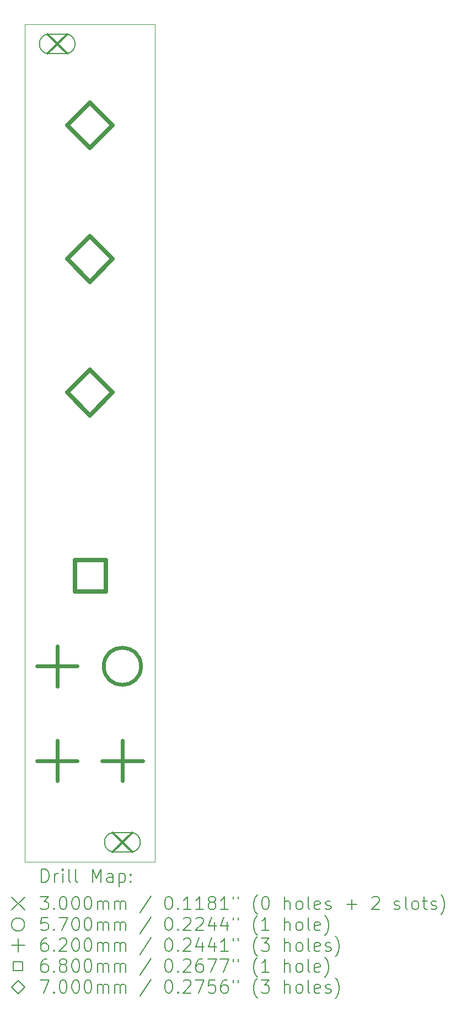
<source format=gbr>
%TF.GenerationSoftware,KiCad,Pcbnew,7.0.7-7.0.7~ubuntu22.04.1*%
%TF.CreationDate,2023-10-11T21:50:40+02:00*%
%TF.ProjectId,RP2040-VCO,52503230-3430-42d5-9643-4f2e6b696361,rev?*%
%TF.SameCoordinates,Original*%
%TF.FileFunction,Drillmap*%
%TF.FilePolarity,Positive*%
%FSLAX45Y45*%
G04 Gerber Fmt 4.5, Leading zero omitted, Abs format (unit mm)*
G04 Created by KiCad (PCBNEW 7.0.7-7.0.7~ubuntu22.04.1) date 2023-10-11 21:50:40*
%MOMM*%
%LPD*%
G01*
G04 APERTURE LIST*
%ADD10C,0.050000*%
%ADD11C,0.200000*%
%ADD12C,0.300000*%
%ADD13C,0.570000*%
%ADD14C,0.620000*%
%ADD15C,0.680000*%
%ADD16C,0.700000*%
G04 APERTURE END LIST*
D10*
X13150000Y-2700000D02*
X13150000Y-15550000D01*
X11150000Y-15550000D02*
X11150000Y-15100000D01*
X11150000Y-2700000D02*
X11150000Y-15100000D01*
X13150000Y-15550000D02*
X11150000Y-15550000D01*
X11150000Y-2700000D02*
X13150000Y-2700000D01*
D11*
D12*
X11500000Y-2850000D02*
X11800000Y-3150000D01*
X11800000Y-2850000D02*
X11500000Y-3150000D01*
D11*
X11525000Y-3150000D02*
X11775000Y-3150000D01*
X11775000Y-3150000D02*
G75*
G03*
X11775000Y-2850000I0J150000D01*
G01*
X11775000Y-2850000D02*
X11525000Y-2850000D01*
X11525000Y-2850000D02*
G75*
G03*
X11525000Y-3150000I0J-150000D01*
G01*
D12*
X12500000Y-15100000D02*
X12800000Y-15400000D01*
X12800000Y-15100000D02*
X12500000Y-15400000D01*
D11*
X12525000Y-15400000D02*
X12775000Y-15400000D01*
X12775000Y-15400000D02*
G75*
G03*
X12775000Y-15100000I0J150000D01*
G01*
X12775000Y-15100000D02*
X12525000Y-15100000D01*
X12525000Y-15100000D02*
G75*
G03*
X12525000Y-15400000I0J-150000D01*
G01*
D13*
X12935000Y-12550000D02*
G75*
G03*
X12935000Y-12550000I-285000J0D01*
G01*
D14*
X11650000Y-12240000D02*
X11650000Y-12860000D01*
X11340000Y-12550000D02*
X11960000Y-12550000D01*
X11650000Y-13690000D02*
X11650000Y-14310000D01*
X11340000Y-14000000D02*
X11960000Y-14000000D01*
X12650000Y-13690000D02*
X12650000Y-14310000D01*
X12340000Y-14000000D02*
X12960000Y-14000000D01*
D15*
X12400419Y-11400419D02*
X12400419Y-10919581D01*
X11919581Y-10919581D01*
X11919581Y-11400419D01*
X12400419Y-11400419D01*
D16*
X12150000Y-4600000D02*
X12500000Y-4250000D01*
X12150000Y-3900000D01*
X11800000Y-4250000D01*
X12150000Y-4600000D01*
X12150000Y-6650000D02*
X12500000Y-6300000D01*
X12150000Y-5950000D01*
X11800000Y-6300000D01*
X12150000Y-6650000D01*
X12150000Y-8700000D02*
X12500000Y-8350000D01*
X12150000Y-8000000D01*
X11800000Y-8350000D01*
X12150000Y-8700000D01*
D11*
X11408277Y-15863984D02*
X11408277Y-15663984D01*
X11408277Y-15663984D02*
X11455896Y-15663984D01*
X11455896Y-15663984D02*
X11484467Y-15673508D01*
X11484467Y-15673508D02*
X11503515Y-15692555D01*
X11503515Y-15692555D02*
X11513039Y-15711603D01*
X11513039Y-15711603D02*
X11522562Y-15749698D01*
X11522562Y-15749698D02*
X11522562Y-15778269D01*
X11522562Y-15778269D02*
X11513039Y-15816365D01*
X11513039Y-15816365D02*
X11503515Y-15835412D01*
X11503515Y-15835412D02*
X11484467Y-15854460D01*
X11484467Y-15854460D02*
X11455896Y-15863984D01*
X11455896Y-15863984D02*
X11408277Y-15863984D01*
X11608277Y-15863984D02*
X11608277Y-15730650D01*
X11608277Y-15768746D02*
X11617800Y-15749698D01*
X11617800Y-15749698D02*
X11627324Y-15740174D01*
X11627324Y-15740174D02*
X11646372Y-15730650D01*
X11646372Y-15730650D02*
X11665420Y-15730650D01*
X11732086Y-15863984D02*
X11732086Y-15730650D01*
X11732086Y-15663984D02*
X11722562Y-15673508D01*
X11722562Y-15673508D02*
X11732086Y-15683031D01*
X11732086Y-15683031D02*
X11741610Y-15673508D01*
X11741610Y-15673508D02*
X11732086Y-15663984D01*
X11732086Y-15663984D02*
X11732086Y-15683031D01*
X11855896Y-15863984D02*
X11836848Y-15854460D01*
X11836848Y-15854460D02*
X11827324Y-15835412D01*
X11827324Y-15835412D02*
X11827324Y-15663984D01*
X11960658Y-15863984D02*
X11941610Y-15854460D01*
X11941610Y-15854460D02*
X11932086Y-15835412D01*
X11932086Y-15835412D02*
X11932086Y-15663984D01*
X12189229Y-15863984D02*
X12189229Y-15663984D01*
X12189229Y-15663984D02*
X12255896Y-15806841D01*
X12255896Y-15806841D02*
X12322562Y-15663984D01*
X12322562Y-15663984D02*
X12322562Y-15863984D01*
X12503515Y-15863984D02*
X12503515Y-15759222D01*
X12503515Y-15759222D02*
X12493991Y-15740174D01*
X12493991Y-15740174D02*
X12474943Y-15730650D01*
X12474943Y-15730650D02*
X12436848Y-15730650D01*
X12436848Y-15730650D02*
X12417800Y-15740174D01*
X12503515Y-15854460D02*
X12484467Y-15863984D01*
X12484467Y-15863984D02*
X12436848Y-15863984D01*
X12436848Y-15863984D02*
X12417800Y-15854460D01*
X12417800Y-15854460D02*
X12408277Y-15835412D01*
X12408277Y-15835412D02*
X12408277Y-15816365D01*
X12408277Y-15816365D02*
X12417800Y-15797317D01*
X12417800Y-15797317D02*
X12436848Y-15787793D01*
X12436848Y-15787793D02*
X12484467Y-15787793D01*
X12484467Y-15787793D02*
X12503515Y-15778269D01*
X12598753Y-15730650D02*
X12598753Y-15930650D01*
X12598753Y-15740174D02*
X12617800Y-15730650D01*
X12617800Y-15730650D02*
X12655896Y-15730650D01*
X12655896Y-15730650D02*
X12674943Y-15740174D01*
X12674943Y-15740174D02*
X12684467Y-15749698D01*
X12684467Y-15749698D02*
X12693991Y-15768746D01*
X12693991Y-15768746D02*
X12693991Y-15825888D01*
X12693991Y-15825888D02*
X12684467Y-15844936D01*
X12684467Y-15844936D02*
X12674943Y-15854460D01*
X12674943Y-15854460D02*
X12655896Y-15863984D01*
X12655896Y-15863984D02*
X12617800Y-15863984D01*
X12617800Y-15863984D02*
X12598753Y-15854460D01*
X12779705Y-15844936D02*
X12789229Y-15854460D01*
X12789229Y-15854460D02*
X12779705Y-15863984D01*
X12779705Y-15863984D02*
X12770181Y-15854460D01*
X12770181Y-15854460D02*
X12779705Y-15844936D01*
X12779705Y-15844936D02*
X12779705Y-15863984D01*
X12779705Y-15740174D02*
X12789229Y-15749698D01*
X12789229Y-15749698D02*
X12779705Y-15759222D01*
X12779705Y-15759222D02*
X12770181Y-15749698D01*
X12770181Y-15749698D02*
X12779705Y-15740174D01*
X12779705Y-15740174D02*
X12779705Y-15759222D01*
X10947500Y-16092500D02*
X11147500Y-16292500D01*
X11147500Y-16092500D02*
X10947500Y-16292500D01*
X11389229Y-16083984D02*
X11513039Y-16083984D01*
X11513039Y-16083984D02*
X11446372Y-16160174D01*
X11446372Y-16160174D02*
X11474943Y-16160174D01*
X11474943Y-16160174D02*
X11493991Y-16169698D01*
X11493991Y-16169698D02*
X11503515Y-16179222D01*
X11503515Y-16179222D02*
X11513039Y-16198269D01*
X11513039Y-16198269D02*
X11513039Y-16245888D01*
X11513039Y-16245888D02*
X11503515Y-16264936D01*
X11503515Y-16264936D02*
X11493991Y-16274460D01*
X11493991Y-16274460D02*
X11474943Y-16283984D01*
X11474943Y-16283984D02*
X11417800Y-16283984D01*
X11417800Y-16283984D02*
X11398753Y-16274460D01*
X11398753Y-16274460D02*
X11389229Y-16264936D01*
X11598753Y-16264936D02*
X11608277Y-16274460D01*
X11608277Y-16274460D02*
X11598753Y-16283984D01*
X11598753Y-16283984D02*
X11589229Y-16274460D01*
X11589229Y-16274460D02*
X11598753Y-16264936D01*
X11598753Y-16264936D02*
X11598753Y-16283984D01*
X11732086Y-16083984D02*
X11751134Y-16083984D01*
X11751134Y-16083984D02*
X11770181Y-16093508D01*
X11770181Y-16093508D02*
X11779705Y-16103031D01*
X11779705Y-16103031D02*
X11789229Y-16122079D01*
X11789229Y-16122079D02*
X11798753Y-16160174D01*
X11798753Y-16160174D02*
X11798753Y-16207793D01*
X11798753Y-16207793D02*
X11789229Y-16245888D01*
X11789229Y-16245888D02*
X11779705Y-16264936D01*
X11779705Y-16264936D02*
X11770181Y-16274460D01*
X11770181Y-16274460D02*
X11751134Y-16283984D01*
X11751134Y-16283984D02*
X11732086Y-16283984D01*
X11732086Y-16283984D02*
X11713039Y-16274460D01*
X11713039Y-16274460D02*
X11703515Y-16264936D01*
X11703515Y-16264936D02*
X11693991Y-16245888D01*
X11693991Y-16245888D02*
X11684467Y-16207793D01*
X11684467Y-16207793D02*
X11684467Y-16160174D01*
X11684467Y-16160174D02*
X11693991Y-16122079D01*
X11693991Y-16122079D02*
X11703515Y-16103031D01*
X11703515Y-16103031D02*
X11713039Y-16093508D01*
X11713039Y-16093508D02*
X11732086Y-16083984D01*
X11922562Y-16083984D02*
X11941610Y-16083984D01*
X11941610Y-16083984D02*
X11960658Y-16093508D01*
X11960658Y-16093508D02*
X11970181Y-16103031D01*
X11970181Y-16103031D02*
X11979705Y-16122079D01*
X11979705Y-16122079D02*
X11989229Y-16160174D01*
X11989229Y-16160174D02*
X11989229Y-16207793D01*
X11989229Y-16207793D02*
X11979705Y-16245888D01*
X11979705Y-16245888D02*
X11970181Y-16264936D01*
X11970181Y-16264936D02*
X11960658Y-16274460D01*
X11960658Y-16274460D02*
X11941610Y-16283984D01*
X11941610Y-16283984D02*
X11922562Y-16283984D01*
X11922562Y-16283984D02*
X11903515Y-16274460D01*
X11903515Y-16274460D02*
X11893991Y-16264936D01*
X11893991Y-16264936D02*
X11884467Y-16245888D01*
X11884467Y-16245888D02*
X11874943Y-16207793D01*
X11874943Y-16207793D02*
X11874943Y-16160174D01*
X11874943Y-16160174D02*
X11884467Y-16122079D01*
X11884467Y-16122079D02*
X11893991Y-16103031D01*
X11893991Y-16103031D02*
X11903515Y-16093508D01*
X11903515Y-16093508D02*
X11922562Y-16083984D01*
X12113039Y-16083984D02*
X12132086Y-16083984D01*
X12132086Y-16083984D02*
X12151134Y-16093508D01*
X12151134Y-16093508D02*
X12160658Y-16103031D01*
X12160658Y-16103031D02*
X12170181Y-16122079D01*
X12170181Y-16122079D02*
X12179705Y-16160174D01*
X12179705Y-16160174D02*
X12179705Y-16207793D01*
X12179705Y-16207793D02*
X12170181Y-16245888D01*
X12170181Y-16245888D02*
X12160658Y-16264936D01*
X12160658Y-16264936D02*
X12151134Y-16274460D01*
X12151134Y-16274460D02*
X12132086Y-16283984D01*
X12132086Y-16283984D02*
X12113039Y-16283984D01*
X12113039Y-16283984D02*
X12093991Y-16274460D01*
X12093991Y-16274460D02*
X12084467Y-16264936D01*
X12084467Y-16264936D02*
X12074943Y-16245888D01*
X12074943Y-16245888D02*
X12065420Y-16207793D01*
X12065420Y-16207793D02*
X12065420Y-16160174D01*
X12065420Y-16160174D02*
X12074943Y-16122079D01*
X12074943Y-16122079D02*
X12084467Y-16103031D01*
X12084467Y-16103031D02*
X12093991Y-16093508D01*
X12093991Y-16093508D02*
X12113039Y-16083984D01*
X12265420Y-16283984D02*
X12265420Y-16150650D01*
X12265420Y-16169698D02*
X12274943Y-16160174D01*
X12274943Y-16160174D02*
X12293991Y-16150650D01*
X12293991Y-16150650D02*
X12322562Y-16150650D01*
X12322562Y-16150650D02*
X12341610Y-16160174D01*
X12341610Y-16160174D02*
X12351134Y-16179222D01*
X12351134Y-16179222D02*
X12351134Y-16283984D01*
X12351134Y-16179222D02*
X12360658Y-16160174D01*
X12360658Y-16160174D02*
X12379705Y-16150650D01*
X12379705Y-16150650D02*
X12408277Y-16150650D01*
X12408277Y-16150650D02*
X12427324Y-16160174D01*
X12427324Y-16160174D02*
X12436848Y-16179222D01*
X12436848Y-16179222D02*
X12436848Y-16283984D01*
X12532086Y-16283984D02*
X12532086Y-16150650D01*
X12532086Y-16169698D02*
X12541610Y-16160174D01*
X12541610Y-16160174D02*
X12560658Y-16150650D01*
X12560658Y-16150650D02*
X12589229Y-16150650D01*
X12589229Y-16150650D02*
X12608277Y-16160174D01*
X12608277Y-16160174D02*
X12617801Y-16179222D01*
X12617801Y-16179222D02*
X12617801Y-16283984D01*
X12617801Y-16179222D02*
X12627324Y-16160174D01*
X12627324Y-16160174D02*
X12646372Y-16150650D01*
X12646372Y-16150650D02*
X12674943Y-16150650D01*
X12674943Y-16150650D02*
X12693991Y-16160174D01*
X12693991Y-16160174D02*
X12703515Y-16179222D01*
X12703515Y-16179222D02*
X12703515Y-16283984D01*
X13093991Y-16074460D02*
X12922563Y-16331603D01*
X13351134Y-16083984D02*
X13370182Y-16083984D01*
X13370182Y-16083984D02*
X13389229Y-16093508D01*
X13389229Y-16093508D02*
X13398753Y-16103031D01*
X13398753Y-16103031D02*
X13408277Y-16122079D01*
X13408277Y-16122079D02*
X13417801Y-16160174D01*
X13417801Y-16160174D02*
X13417801Y-16207793D01*
X13417801Y-16207793D02*
X13408277Y-16245888D01*
X13408277Y-16245888D02*
X13398753Y-16264936D01*
X13398753Y-16264936D02*
X13389229Y-16274460D01*
X13389229Y-16274460D02*
X13370182Y-16283984D01*
X13370182Y-16283984D02*
X13351134Y-16283984D01*
X13351134Y-16283984D02*
X13332086Y-16274460D01*
X13332086Y-16274460D02*
X13322563Y-16264936D01*
X13322563Y-16264936D02*
X13313039Y-16245888D01*
X13313039Y-16245888D02*
X13303515Y-16207793D01*
X13303515Y-16207793D02*
X13303515Y-16160174D01*
X13303515Y-16160174D02*
X13313039Y-16122079D01*
X13313039Y-16122079D02*
X13322563Y-16103031D01*
X13322563Y-16103031D02*
X13332086Y-16093508D01*
X13332086Y-16093508D02*
X13351134Y-16083984D01*
X13503515Y-16264936D02*
X13513039Y-16274460D01*
X13513039Y-16274460D02*
X13503515Y-16283984D01*
X13503515Y-16283984D02*
X13493991Y-16274460D01*
X13493991Y-16274460D02*
X13503515Y-16264936D01*
X13503515Y-16264936D02*
X13503515Y-16283984D01*
X13703515Y-16283984D02*
X13589229Y-16283984D01*
X13646372Y-16283984D02*
X13646372Y-16083984D01*
X13646372Y-16083984D02*
X13627324Y-16112555D01*
X13627324Y-16112555D02*
X13608277Y-16131603D01*
X13608277Y-16131603D02*
X13589229Y-16141127D01*
X13893991Y-16283984D02*
X13779705Y-16283984D01*
X13836848Y-16283984D02*
X13836848Y-16083984D01*
X13836848Y-16083984D02*
X13817801Y-16112555D01*
X13817801Y-16112555D02*
X13798753Y-16131603D01*
X13798753Y-16131603D02*
X13779705Y-16141127D01*
X14008277Y-16169698D02*
X13989229Y-16160174D01*
X13989229Y-16160174D02*
X13979705Y-16150650D01*
X13979705Y-16150650D02*
X13970182Y-16131603D01*
X13970182Y-16131603D02*
X13970182Y-16122079D01*
X13970182Y-16122079D02*
X13979705Y-16103031D01*
X13979705Y-16103031D02*
X13989229Y-16093508D01*
X13989229Y-16093508D02*
X14008277Y-16083984D01*
X14008277Y-16083984D02*
X14046372Y-16083984D01*
X14046372Y-16083984D02*
X14065420Y-16093508D01*
X14065420Y-16093508D02*
X14074944Y-16103031D01*
X14074944Y-16103031D02*
X14084467Y-16122079D01*
X14084467Y-16122079D02*
X14084467Y-16131603D01*
X14084467Y-16131603D02*
X14074944Y-16150650D01*
X14074944Y-16150650D02*
X14065420Y-16160174D01*
X14065420Y-16160174D02*
X14046372Y-16169698D01*
X14046372Y-16169698D02*
X14008277Y-16169698D01*
X14008277Y-16169698D02*
X13989229Y-16179222D01*
X13989229Y-16179222D02*
X13979705Y-16188746D01*
X13979705Y-16188746D02*
X13970182Y-16207793D01*
X13970182Y-16207793D02*
X13970182Y-16245888D01*
X13970182Y-16245888D02*
X13979705Y-16264936D01*
X13979705Y-16264936D02*
X13989229Y-16274460D01*
X13989229Y-16274460D02*
X14008277Y-16283984D01*
X14008277Y-16283984D02*
X14046372Y-16283984D01*
X14046372Y-16283984D02*
X14065420Y-16274460D01*
X14065420Y-16274460D02*
X14074944Y-16264936D01*
X14074944Y-16264936D02*
X14084467Y-16245888D01*
X14084467Y-16245888D02*
X14084467Y-16207793D01*
X14084467Y-16207793D02*
X14074944Y-16188746D01*
X14074944Y-16188746D02*
X14065420Y-16179222D01*
X14065420Y-16179222D02*
X14046372Y-16169698D01*
X14274944Y-16283984D02*
X14160658Y-16283984D01*
X14217801Y-16283984D02*
X14217801Y-16083984D01*
X14217801Y-16083984D02*
X14198753Y-16112555D01*
X14198753Y-16112555D02*
X14179705Y-16131603D01*
X14179705Y-16131603D02*
X14160658Y-16141127D01*
X14351134Y-16083984D02*
X14351134Y-16122079D01*
X14427325Y-16083984D02*
X14427325Y-16122079D01*
X14722563Y-16360174D02*
X14713039Y-16350650D01*
X14713039Y-16350650D02*
X14693991Y-16322079D01*
X14693991Y-16322079D02*
X14684467Y-16303031D01*
X14684467Y-16303031D02*
X14674944Y-16274460D01*
X14674944Y-16274460D02*
X14665420Y-16226841D01*
X14665420Y-16226841D02*
X14665420Y-16188746D01*
X14665420Y-16188746D02*
X14674944Y-16141127D01*
X14674944Y-16141127D02*
X14684467Y-16112555D01*
X14684467Y-16112555D02*
X14693991Y-16093508D01*
X14693991Y-16093508D02*
X14713039Y-16064936D01*
X14713039Y-16064936D02*
X14722563Y-16055412D01*
X14836848Y-16083984D02*
X14855896Y-16083984D01*
X14855896Y-16083984D02*
X14874944Y-16093508D01*
X14874944Y-16093508D02*
X14884467Y-16103031D01*
X14884467Y-16103031D02*
X14893991Y-16122079D01*
X14893991Y-16122079D02*
X14903515Y-16160174D01*
X14903515Y-16160174D02*
X14903515Y-16207793D01*
X14903515Y-16207793D02*
X14893991Y-16245888D01*
X14893991Y-16245888D02*
X14884467Y-16264936D01*
X14884467Y-16264936D02*
X14874944Y-16274460D01*
X14874944Y-16274460D02*
X14855896Y-16283984D01*
X14855896Y-16283984D02*
X14836848Y-16283984D01*
X14836848Y-16283984D02*
X14817801Y-16274460D01*
X14817801Y-16274460D02*
X14808277Y-16264936D01*
X14808277Y-16264936D02*
X14798753Y-16245888D01*
X14798753Y-16245888D02*
X14789229Y-16207793D01*
X14789229Y-16207793D02*
X14789229Y-16160174D01*
X14789229Y-16160174D02*
X14798753Y-16122079D01*
X14798753Y-16122079D02*
X14808277Y-16103031D01*
X14808277Y-16103031D02*
X14817801Y-16093508D01*
X14817801Y-16093508D02*
X14836848Y-16083984D01*
X15141610Y-16283984D02*
X15141610Y-16083984D01*
X15227325Y-16283984D02*
X15227325Y-16179222D01*
X15227325Y-16179222D02*
X15217801Y-16160174D01*
X15217801Y-16160174D02*
X15198753Y-16150650D01*
X15198753Y-16150650D02*
X15170182Y-16150650D01*
X15170182Y-16150650D02*
X15151134Y-16160174D01*
X15151134Y-16160174D02*
X15141610Y-16169698D01*
X15351134Y-16283984D02*
X15332087Y-16274460D01*
X15332087Y-16274460D02*
X15322563Y-16264936D01*
X15322563Y-16264936D02*
X15313039Y-16245888D01*
X15313039Y-16245888D02*
X15313039Y-16188746D01*
X15313039Y-16188746D02*
X15322563Y-16169698D01*
X15322563Y-16169698D02*
X15332087Y-16160174D01*
X15332087Y-16160174D02*
X15351134Y-16150650D01*
X15351134Y-16150650D02*
X15379706Y-16150650D01*
X15379706Y-16150650D02*
X15398753Y-16160174D01*
X15398753Y-16160174D02*
X15408277Y-16169698D01*
X15408277Y-16169698D02*
X15417801Y-16188746D01*
X15417801Y-16188746D02*
X15417801Y-16245888D01*
X15417801Y-16245888D02*
X15408277Y-16264936D01*
X15408277Y-16264936D02*
X15398753Y-16274460D01*
X15398753Y-16274460D02*
X15379706Y-16283984D01*
X15379706Y-16283984D02*
X15351134Y-16283984D01*
X15532087Y-16283984D02*
X15513039Y-16274460D01*
X15513039Y-16274460D02*
X15503515Y-16255412D01*
X15503515Y-16255412D02*
X15503515Y-16083984D01*
X15684468Y-16274460D02*
X15665420Y-16283984D01*
X15665420Y-16283984D02*
X15627325Y-16283984D01*
X15627325Y-16283984D02*
X15608277Y-16274460D01*
X15608277Y-16274460D02*
X15598753Y-16255412D01*
X15598753Y-16255412D02*
X15598753Y-16179222D01*
X15598753Y-16179222D02*
X15608277Y-16160174D01*
X15608277Y-16160174D02*
X15627325Y-16150650D01*
X15627325Y-16150650D02*
X15665420Y-16150650D01*
X15665420Y-16150650D02*
X15684468Y-16160174D01*
X15684468Y-16160174D02*
X15693991Y-16179222D01*
X15693991Y-16179222D02*
X15693991Y-16198269D01*
X15693991Y-16198269D02*
X15598753Y-16217317D01*
X15770182Y-16274460D02*
X15789229Y-16283984D01*
X15789229Y-16283984D02*
X15827325Y-16283984D01*
X15827325Y-16283984D02*
X15846372Y-16274460D01*
X15846372Y-16274460D02*
X15855896Y-16255412D01*
X15855896Y-16255412D02*
X15855896Y-16245888D01*
X15855896Y-16245888D02*
X15846372Y-16226841D01*
X15846372Y-16226841D02*
X15827325Y-16217317D01*
X15827325Y-16217317D02*
X15798753Y-16217317D01*
X15798753Y-16217317D02*
X15779706Y-16207793D01*
X15779706Y-16207793D02*
X15770182Y-16188746D01*
X15770182Y-16188746D02*
X15770182Y-16179222D01*
X15770182Y-16179222D02*
X15779706Y-16160174D01*
X15779706Y-16160174D02*
X15798753Y-16150650D01*
X15798753Y-16150650D02*
X15827325Y-16150650D01*
X15827325Y-16150650D02*
X15846372Y-16160174D01*
X16093991Y-16207793D02*
X16246372Y-16207793D01*
X16170182Y-16283984D02*
X16170182Y-16131603D01*
X16484468Y-16103031D02*
X16493991Y-16093508D01*
X16493991Y-16093508D02*
X16513039Y-16083984D01*
X16513039Y-16083984D02*
X16560658Y-16083984D01*
X16560658Y-16083984D02*
X16579706Y-16093508D01*
X16579706Y-16093508D02*
X16589230Y-16103031D01*
X16589230Y-16103031D02*
X16598753Y-16122079D01*
X16598753Y-16122079D02*
X16598753Y-16141127D01*
X16598753Y-16141127D02*
X16589230Y-16169698D01*
X16589230Y-16169698D02*
X16474944Y-16283984D01*
X16474944Y-16283984D02*
X16598753Y-16283984D01*
X16827325Y-16274460D02*
X16846373Y-16283984D01*
X16846373Y-16283984D02*
X16884468Y-16283984D01*
X16884468Y-16283984D02*
X16903515Y-16274460D01*
X16903515Y-16274460D02*
X16913039Y-16255412D01*
X16913039Y-16255412D02*
X16913039Y-16245888D01*
X16913039Y-16245888D02*
X16903515Y-16226841D01*
X16903515Y-16226841D02*
X16884468Y-16217317D01*
X16884468Y-16217317D02*
X16855896Y-16217317D01*
X16855896Y-16217317D02*
X16836849Y-16207793D01*
X16836849Y-16207793D02*
X16827325Y-16188746D01*
X16827325Y-16188746D02*
X16827325Y-16179222D01*
X16827325Y-16179222D02*
X16836849Y-16160174D01*
X16836849Y-16160174D02*
X16855896Y-16150650D01*
X16855896Y-16150650D02*
X16884468Y-16150650D01*
X16884468Y-16150650D02*
X16903515Y-16160174D01*
X17027325Y-16283984D02*
X17008277Y-16274460D01*
X17008277Y-16274460D02*
X16998754Y-16255412D01*
X16998754Y-16255412D02*
X16998754Y-16083984D01*
X17132087Y-16283984D02*
X17113039Y-16274460D01*
X17113039Y-16274460D02*
X17103515Y-16264936D01*
X17103515Y-16264936D02*
X17093992Y-16245888D01*
X17093992Y-16245888D02*
X17093992Y-16188746D01*
X17093992Y-16188746D02*
X17103515Y-16169698D01*
X17103515Y-16169698D02*
X17113039Y-16160174D01*
X17113039Y-16160174D02*
X17132087Y-16150650D01*
X17132087Y-16150650D02*
X17160658Y-16150650D01*
X17160658Y-16150650D02*
X17179706Y-16160174D01*
X17179706Y-16160174D02*
X17189230Y-16169698D01*
X17189230Y-16169698D02*
X17198754Y-16188746D01*
X17198754Y-16188746D02*
X17198754Y-16245888D01*
X17198754Y-16245888D02*
X17189230Y-16264936D01*
X17189230Y-16264936D02*
X17179706Y-16274460D01*
X17179706Y-16274460D02*
X17160658Y-16283984D01*
X17160658Y-16283984D02*
X17132087Y-16283984D01*
X17255896Y-16150650D02*
X17332087Y-16150650D01*
X17284468Y-16083984D02*
X17284468Y-16255412D01*
X17284468Y-16255412D02*
X17293992Y-16274460D01*
X17293992Y-16274460D02*
X17313039Y-16283984D01*
X17313039Y-16283984D02*
X17332087Y-16283984D01*
X17389230Y-16274460D02*
X17408277Y-16283984D01*
X17408277Y-16283984D02*
X17446373Y-16283984D01*
X17446373Y-16283984D02*
X17465420Y-16274460D01*
X17465420Y-16274460D02*
X17474944Y-16255412D01*
X17474944Y-16255412D02*
X17474944Y-16245888D01*
X17474944Y-16245888D02*
X17465420Y-16226841D01*
X17465420Y-16226841D02*
X17446373Y-16217317D01*
X17446373Y-16217317D02*
X17417801Y-16217317D01*
X17417801Y-16217317D02*
X17398754Y-16207793D01*
X17398754Y-16207793D02*
X17389230Y-16188746D01*
X17389230Y-16188746D02*
X17389230Y-16179222D01*
X17389230Y-16179222D02*
X17398754Y-16160174D01*
X17398754Y-16160174D02*
X17417801Y-16150650D01*
X17417801Y-16150650D02*
X17446373Y-16150650D01*
X17446373Y-16150650D02*
X17465420Y-16160174D01*
X17541611Y-16360174D02*
X17551135Y-16350650D01*
X17551135Y-16350650D02*
X17570182Y-16322079D01*
X17570182Y-16322079D02*
X17579706Y-16303031D01*
X17579706Y-16303031D02*
X17589230Y-16274460D01*
X17589230Y-16274460D02*
X17598754Y-16226841D01*
X17598754Y-16226841D02*
X17598754Y-16188746D01*
X17598754Y-16188746D02*
X17589230Y-16141127D01*
X17589230Y-16141127D02*
X17579706Y-16112555D01*
X17579706Y-16112555D02*
X17570182Y-16093508D01*
X17570182Y-16093508D02*
X17551135Y-16064936D01*
X17551135Y-16064936D02*
X17541611Y-16055412D01*
X11147500Y-16512500D02*
G75*
G03*
X11147500Y-16512500I-100000J0D01*
G01*
X11503515Y-16403984D02*
X11408277Y-16403984D01*
X11408277Y-16403984D02*
X11398753Y-16499222D01*
X11398753Y-16499222D02*
X11408277Y-16489698D01*
X11408277Y-16489698D02*
X11427324Y-16480174D01*
X11427324Y-16480174D02*
X11474943Y-16480174D01*
X11474943Y-16480174D02*
X11493991Y-16489698D01*
X11493991Y-16489698D02*
X11503515Y-16499222D01*
X11503515Y-16499222D02*
X11513039Y-16518269D01*
X11513039Y-16518269D02*
X11513039Y-16565888D01*
X11513039Y-16565888D02*
X11503515Y-16584936D01*
X11503515Y-16584936D02*
X11493991Y-16594460D01*
X11493991Y-16594460D02*
X11474943Y-16603984D01*
X11474943Y-16603984D02*
X11427324Y-16603984D01*
X11427324Y-16603984D02*
X11408277Y-16594460D01*
X11408277Y-16594460D02*
X11398753Y-16584936D01*
X11598753Y-16584936D02*
X11608277Y-16594460D01*
X11608277Y-16594460D02*
X11598753Y-16603984D01*
X11598753Y-16603984D02*
X11589229Y-16594460D01*
X11589229Y-16594460D02*
X11598753Y-16584936D01*
X11598753Y-16584936D02*
X11598753Y-16603984D01*
X11674943Y-16403984D02*
X11808277Y-16403984D01*
X11808277Y-16403984D02*
X11722562Y-16603984D01*
X11922562Y-16403984D02*
X11941610Y-16403984D01*
X11941610Y-16403984D02*
X11960658Y-16413508D01*
X11960658Y-16413508D02*
X11970181Y-16423031D01*
X11970181Y-16423031D02*
X11979705Y-16442079D01*
X11979705Y-16442079D02*
X11989229Y-16480174D01*
X11989229Y-16480174D02*
X11989229Y-16527793D01*
X11989229Y-16527793D02*
X11979705Y-16565888D01*
X11979705Y-16565888D02*
X11970181Y-16584936D01*
X11970181Y-16584936D02*
X11960658Y-16594460D01*
X11960658Y-16594460D02*
X11941610Y-16603984D01*
X11941610Y-16603984D02*
X11922562Y-16603984D01*
X11922562Y-16603984D02*
X11903515Y-16594460D01*
X11903515Y-16594460D02*
X11893991Y-16584936D01*
X11893991Y-16584936D02*
X11884467Y-16565888D01*
X11884467Y-16565888D02*
X11874943Y-16527793D01*
X11874943Y-16527793D02*
X11874943Y-16480174D01*
X11874943Y-16480174D02*
X11884467Y-16442079D01*
X11884467Y-16442079D02*
X11893991Y-16423031D01*
X11893991Y-16423031D02*
X11903515Y-16413508D01*
X11903515Y-16413508D02*
X11922562Y-16403984D01*
X12113039Y-16403984D02*
X12132086Y-16403984D01*
X12132086Y-16403984D02*
X12151134Y-16413508D01*
X12151134Y-16413508D02*
X12160658Y-16423031D01*
X12160658Y-16423031D02*
X12170181Y-16442079D01*
X12170181Y-16442079D02*
X12179705Y-16480174D01*
X12179705Y-16480174D02*
X12179705Y-16527793D01*
X12179705Y-16527793D02*
X12170181Y-16565888D01*
X12170181Y-16565888D02*
X12160658Y-16584936D01*
X12160658Y-16584936D02*
X12151134Y-16594460D01*
X12151134Y-16594460D02*
X12132086Y-16603984D01*
X12132086Y-16603984D02*
X12113039Y-16603984D01*
X12113039Y-16603984D02*
X12093991Y-16594460D01*
X12093991Y-16594460D02*
X12084467Y-16584936D01*
X12084467Y-16584936D02*
X12074943Y-16565888D01*
X12074943Y-16565888D02*
X12065420Y-16527793D01*
X12065420Y-16527793D02*
X12065420Y-16480174D01*
X12065420Y-16480174D02*
X12074943Y-16442079D01*
X12074943Y-16442079D02*
X12084467Y-16423031D01*
X12084467Y-16423031D02*
X12093991Y-16413508D01*
X12093991Y-16413508D02*
X12113039Y-16403984D01*
X12265420Y-16603984D02*
X12265420Y-16470650D01*
X12265420Y-16489698D02*
X12274943Y-16480174D01*
X12274943Y-16480174D02*
X12293991Y-16470650D01*
X12293991Y-16470650D02*
X12322562Y-16470650D01*
X12322562Y-16470650D02*
X12341610Y-16480174D01*
X12341610Y-16480174D02*
X12351134Y-16499222D01*
X12351134Y-16499222D02*
X12351134Y-16603984D01*
X12351134Y-16499222D02*
X12360658Y-16480174D01*
X12360658Y-16480174D02*
X12379705Y-16470650D01*
X12379705Y-16470650D02*
X12408277Y-16470650D01*
X12408277Y-16470650D02*
X12427324Y-16480174D01*
X12427324Y-16480174D02*
X12436848Y-16499222D01*
X12436848Y-16499222D02*
X12436848Y-16603984D01*
X12532086Y-16603984D02*
X12532086Y-16470650D01*
X12532086Y-16489698D02*
X12541610Y-16480174D01*
X12541610Y-16480174D02*
X12560658Y-16470650D01*
X12560658Y-16470650D02*
X12589229Y-16470650D01*
X12589229Y-16470650D02*
X12608277Y-16480174D01*
X12608277Y-16480174D02*
X12617801Y-16499222D01*
X12617801Y-16499222D02*
X12617801Y-16603984D01*
X12617801Y-16499222D02*
X12627324Y-16480174D01*
X12627324Y-16480174D02*
X12646372Y-16470650D01*
X12646372Y-16470650D02*
X12674943Y-16470650D01*
X12674943Y-16470650D02*
X12693991Y-16480174D01*
X12693991Y-16480174D02*
X12703515Y-16499222D01*
X12703515Y-16499222D02*
X12703515Y-16603984D01*
X13093991Y-16394460D02*
X12922563Y-16651603D01*
X13351134Y-16403984D02*
X13370182Y-16403984D01*
X13370182Y-16403984D02*
X13389229Y-16413508D01*
X13389229Y-16413508D02*
X13398753Y-16423031D01*
X13398753Y-16423031D02*
X13408277Y-16442079D01*
X13408277Y-16442079D02*
X13417801Y-16480174D01*
X13417801Y-16480174D02*
X13417801Y-16527793D01*
X13417801Y-16527793D02*
X13408277Y-16565888D01*
X13408277Y-16565888D02*
X13398753Y-16584936D01*
X13398753Y-16584936D02*
X13389229Y-16594460D01*
X13389229Y-16594460D02*
X13370182Y-16603984D01*
X13370182Y-16603984D02*
X13351134Y-16603984D01*
X13351134Y-16603984D02*
X13332086Y-16594460D01*
X13332086Y-16594460D02*
X13322563Y-16584936D01*
X13322563Y-16584936D02*
X13313039Y-16565888D01*
X13313039Y-16565888D02*
X13303515Y-16527793D01*
X13303515Y-16527793D02*
X13303515Y-16480174D01*
X13303515Y-16480174D02*
X13313039Y-16442079D01*
X13313039Y-16442079D02*
X13322563Y-16423031D01*
X13322563Y-16423031D02*
X13332086Y-16413508D01*
X13332086Y-16413508D02*
X13351134Y-16403984D01*
X13503515Y-16584936D02*
X13513039Y-16594460D01*
X13513039Y-16594460D02*
X13503515Y-16603984D01*
X13503515Y-16603984D02*
X13493991Y-16594460D01*
X13493991Y-16594460D02*
X13503515Y-16584936D01*
X13503515Y-16584936D02*
X13503515Y-16603984D01*
X13589229Y-16423031D02*
X13598753Y-16413508D01*
X13598753Y-16413508D02*
X13617801Y-16403984D01*
X13617801Y-16403984D02*
X13665420Y-16403984D01*
X13665420Y-16403984D02*
X13684467Y-16413508D01*
X13684467Y-16413508D02*
X13693991Y-16423031D01*
X13693991Y-16423031D02*
X13703515Y-16442079D01*
X13703515Y-16442079D02*
X13703515Y-16461127D01*
X13703515Y-16461127D02*
X13693991Y-16489698D01*
X13693991Y-16489698D02*
X13579705Y-16603984D01*
X13579705Y-16603984D02*
X13703515Y-16603984D01*
X13779705Y-16423031D02*
X13789229Y-16413508D01*
X13789229Y-16413508D02*
X13808277Y-16403984D01*
X13808277Y-16403984D02*
X13855896Y-16403984D01*
X13855896Y-16403984D02*
X13874944Y-16413508D01*
X13874944Y-16413508D02*
X13884467Y-16423031D01*
X13884467Y-16423031D02*
X13893991Y-16442079D01*
X13893991Y-16442079D02*
X13893991Y-16461127D01*
X13893991Y-16461127D02*
X13884467Y-16489698D01*
X13884467Y-16489698D02*
X13770182Y-16603984D01*
X13770182Y-16603984D02*
X13893991Y-16603984D01*
X14065420Y-16470650D02*
X14065420Y-16603984D01*
X14017801Y-16394460D02*
X13970182Y-16537317D01*
X13970182Y-16537317D02*
X14093991Y-16537317D01*
X14255896Y-16470650D02*
X14255896Y-16603984D01*
X14208277Y-16394460D02*
X14160658Y-16537317D01*
X14160658Y-16537317D02*
X14284467Y-16537317D01*
X14351134Y-16403984D02*
X14351134Y-16442079D01*
X14427325Y-16403984D02*
X14427325Y-16442079D01*
X14722563Y-16680174D02*
X14713039Y-16670650D01*
X14713039Y-16670650D02*
X14693991Y-16642079D01*
X14693991Y-16642079D02*
X14684467Y-16623031D01*
X14684467Y-16623031D02*
X14674944Y-16594460D01*
X14674944Y-16594460D02*
X14665420Y-16546841D01*
X14665420Y-16546841D02*
X14665420Y-16508746D01*
X14665420Y-16508746D02*
X14674944Y-16461127D01*
X14674944Y-16461127D02*
X14684467Y-16432555D01*
X14684467Y-16432555D02*
X14693991Y-16413508D01*
X14693991Y-16413508D02*
X14713039Y-16384936D01*
X14713039Y-16384936D02*
X14722563Y-16375412D01*
X14903515Y-16603984D02*
X14789229Y-16603984D01*
X14846372Y-16603984D02*
X14846372Y-16403984D01*
X14846372Y-16403984D02*
X14827325Y-16432555D01*
X14827325Y-16432555D02*
X14808277Y-16451603D01*
X14808277Y-16451603D02*
X14789229Y-16461127D01*
X15141610Y-16603984D02*
X15141610Y-16403984D01*
X15227325Y-16603984D02*
X15227325Y-16499222D01*
X15227325Y-16499222D02*
X15217801Y-16480174D01*
X15217801Y-16480174D02*
X15198753Y-16470650D01*
X15198753Y-16470650D02*
X15170182Y-16470650D01*
X15170182Y-16470650D02*
X15151134Y-16480174D01*
X15151134Y-16480174D02*
X15141610Y-16489698D01*
X15351134Y-16603984D02*
X15332087Y-16594460D01*
X15332087Y-16594460D02*
X15322563Y-16584936D01*
X15322563Y-16584936D02*
X15313039Y-16565888D01*
X15313039Y-16565888D02*
X15313039Y-16508746D01*
X15313039Y-16508746D02*
X15322563Y-16489698D01*
X15322563Y-16489698D02*
X15332087Y-16480174D01*
X15332087Y-16480174D02*
X15351134Y-16470650D01*
X15351134Y-16470650D02*
X15379706Y-16470650D01*
X15379706Y-16470650D02*
X15398753Y-16480174D01*
X15398753Y-16480174D02*
X15408277Y-16489698D01*
X15408277Y-16489698D02*
X15417801Y-16508746D01*
X15417801Y-16508746D02*
X15417801Y-16565888D01*
X15417801Y-16565888D02*
X15408277Y-16584936D01*
X15408277Y-16584936D02*
X15398753Y-16594460D01*
X15398753Y-16594460D02*
X15379706Y-16603984D01*
X15379706Y-16603984D02*
X15351134Y-16603984D01*
X15532087Y-16603984D02*
X15513039Y-16594460D01*
X15513039Y-16594460D02*
X15503515Y-16575412D01*
X15503515Y-16575412D02*
X15503515Y-16403984D01*
X15684468Y-16594460D02*
X15665420Y-16603984D01*
X15665420Y-16603984D02*
X15627325Y-16603984D01*
X15627325Y-16603984D02*
X15608277Y-16594460D01*
X15608277Y-16594460D02*
X15598753Y-16575412D01*
X15598753Y-16575412D02*
X15598753Y-16499222D01*
X15598753Y-16499222D02*
X15608277Y-16480174D01*
X15608277Y-16480174D02*
X15627325Y-16470650D01*
X15627325Y-16470650D02*
X15665420Y-16470650D01*
X15665420Y-16470650D02*
X15684468Y-16480174D01*
X15684468Y-16480174D02*
X15693991Y-16499222D01*
X15693991Y-16499222D02*
X15693991Y-16518269D01*
X15693991Y-16518269D02*
X15598753Y-16537317D01*
X15760658Y-16680174D02*
X15770182Y-16670650D01*
X15770182Y-16670650D02*
X15789229Y-16642079D01*
X15789229Y-16642079D02*
X15798753Y-16623031D01*
X15798753Y-16623031D02*
X15808277Y-16594460D01*
X15808277Y-16594460D02*
X15817801Y-16546841D01*
X15817801Y-16546841D02*
X15817801Y-16508746D01*
X15817801Y-16508746D02*
X15808277Y-16461127D01*
X15808277Y-16461127D02*
X15798753Y-16432555D01*
X15798753Y-16432555D02*
X15789229Y-16413508D01*
X15789229Y-16413508D02*
X15770182Y-16384936D01*
X15770182Y-16384936D02*
X15760658Y-16375412D01*
X11047500Y-16732500D02*
X11047500Y-16932500D01*
X10947500Y-16832500D02*
X11147500Y-16832500D01*
X11493991Y-16723984D02*
X11455896Y-16723984D01*
X11455896Y-16723984D02*
X11436848Y-16733508D01*
X11436848Y-16733508D02*
X11427324Y-16743031D01*
X11427324Y-16743031D02*
X11408277Y-16771603D01*
X11408277Y-16771603D02*
X11398753Y-16809698D01*
X11398753Y-16809698D02*
X11398753Y-16885889D01*
X11398753Y-16885889D02*
X11408277Y-16904936D01*
X11408277Y-16904936D02*
X11417800Y-16914460D01*
X11417800Y-16914460D02*
X11436848Y-16923984D01*
X11436848Y-16923984D02*
X11474943Y-16923984D01*
X11474943Y-16923984D02*
X11493991Y-16914460D01*
X11493991Y-16914460D02*
X11503515Y-16904936D01*
X11503515Y-16904936D02*
X11513039Y-16885889D01*
X11513039Y-16885889D02*
X11513039Y-16838270D01*
X11513039Y-16838270D02*
X11503515Y-16819222D01*
X11503515Y-16819222D02*
X11493991Y-16809698D01*
X11493991Y-16809698D02*
X11474943Y-16800174D01*
X11474943Y-16800174D02*
X11436848Y-16800174D01*
X11436848Y-16800174D02*
X11417800Y-16809698D01*
X11417800Y-16809698D02*
X11408277Y-16819222D01*
X11408277Y-16819222D02*
X11398753Y-16838270D01*
X11598753Y-16904936D02*
X11608277Y-16914460D01*
X11608277Y-16914460D02*
X11598753Y-16923984D01*
X11598753Y-16923984D02*
X11589229Y-16914460D01*
X11589229Y-16914460D02*
X11598753Y-16904936D01*
X11598753Y-16904936D02*
X11598753Y-16923984D01*
X11684467Y-16743031D02*
X11693991Y-16733508D01*
X11693991Y-16733508D02*
X11713039Y-16723984D01*
X11713039Y-16723984D02*
X11760658Y-16723984D01*
X11760658Y-16723984D02*
X11779705Y-16733508D01*
X11779705Y-16733508D02*
X11789229Y-16743031D01*
X11789229Y-16743031D02*
X11798753Y-16762079D01*
X11798753Y-16762079D02*
X11798753Y-16781127D01*
X11798753Y-16781127D02*
X11789229Y-16809698D01*
X11789229Y-16809698D02*
X11674943Y-16923984D01*
X11674943Y-16923984D02*
X11798753Y-16923984D01*
X11922562Y-16723984D02*
X11941610Y-16723984D01*
X11941610Y-16723984D02*
X11960658Y-16733508D01*
X11960658Y-16733508D02*
X11970181Y-16743031D01*
X11970181Y-16743031D02*
X11979705Y-16762079D01*
X11979705Y-16762079D02*
X11989229Y-16800174D01*
X11989229Y-16800174D02*
X11989229Y-16847793D01*
X11989229Y-16847793D02*
X11979705Y-16885889D01*
X11979705Y-16885889D02*
X11970181Y-16904936D01*
X11970181Y-16904936D02*
X11960658Y-16914460D01*
X11960658Y-16914460D02*
X11941610Y-16923984D01*
X11941610Y-16923984D02*
X11922562Y-16923984D01*
X11922562Y-16923984D02*
X11903515Y-16914460D01*
X11903515Y-16914460D02*
X11893991Y-16904936D01*
X11893991Y-16904936D02*
X11884467Y-16885889D01*
X11884467Y-16885889D02*
X11874943Y-16847793D01*
X11874943Y-16847793D02*
X11874943Y-16800174D01*
X11874943Y-16800174D02*
X11884467Y-16762079D01*
X11884467Y-16762079D02*
X11893991Y-16743031D01*
X11893991Y-16743031D02*
X11903515Y-16733508D01*
X11903515Y-16733508D02*
X11922562Y-16723984D01*
X12113039Y-16723984D02*
X12132086Y-16723984D01*
X12132086Y-16723984D02*
X12151134Y-16733508D01*
X12151134Y-16733508D02*
X12160658Y-16743031D01*
X12160658Y-16743031D02*
X12170181Y-16762079D01*
X12170181Y-16762079D02*
X12179705Y-16800174D01*
X12179705Y-16800174D02*
X12179705Y-16847793D01*
X12179705Y-16847793D02*
X12170181Y-16885889D01*
X12170181Y-16885889D02*
X12160658Y-16904936D01*
X12160658Y-16904936D02*
X12151134Y-16914460D01*
X12151134Y-16914460D02*
X12132086Y-16923984D01*
X12132086Y-16923984D02*
X12113039Y-16923984D01*
X12113039Y-16923984D02*
X12093991Y-16914460D01*
X12093991Y-16914460D02*
X12084467Y-16904936D01*
X12084467Y-16904936D02*
X12074943Y-16885889D01*
X12074943Y-16885889D02*
X12065420Y-16847793D01*
X12065420Y-16847793D02*
X12065420Y-16800174D01*
X12065420Y-16800174D02*
X12074943Y-16762079D01*
X12074943Y-16762079D02*
X12084467Y-16743031D01*
X12084467Y-16743031D02*
X12093991Y-16733508D01*
X12093991Y-16733508D02*
X12113039Y-16723984D01*
X12265420Y-16923984D02*
X12265420Y-16790650D01*
X12265420Y-16809698D02*
X12274943Y-16800174D01*
X12274943Y-16800174D02*
X12293991Y-16790650D01*
X12293991Y-16790650D02*
X12322562Y-16790650D01*
X12322562Y-16790650D02*
X12341610Y-16800174D01*
X12341610Y-16800174D02*
X12351134Y-16819222D01*
X12351134Y-16819222D02*
X12351134Y-16923984D01*
X12351134Y-16819222D02*
X12360658Y-16800174D01*
X12360658Y-16800174D02*
X12379705Y-16790650D01*
X12379705Y-16790650D02*
X12408277Y-16790650D01*
X12408277Y-16790650D02*
X12427324Y-16800174D01*
X12427324Y-16800174D02*
X12436848Y-16819222D01*
X12436848Y-16819222D02*
X12436848Y-16923984D01*
X12532086Y-16923984D02*
X12532086Y-16790650D01*
X12532086Y-16809698D02*
X12541610Y-16800174D01*
X12541610Y-16800174D02*
X12560658Y-16790650D01*
X12560658Y-16790650D02*
X12589229Y-16790650D01*
X12589229Y-16790650D02*
X12608277Y-16800174D01*
X12608277Y-16800174D02*
X12617801Y-16819222D01*
X12617801Y-16819222D02*
X12617801Y-16923984D01*
X12617801Y-16819222D02*
X12627324Y-16800174D01*
X12627324Y-16800174D02*
X12646372Y-16790650D01*
X12646372Y-16790650D02*
X12674943Y-16790650D01*
X12674943Y-16790650D02*
X12693991Y-16800174D01*
X12693991Y-16800174D02*
X12703515Y-16819222D01*
X12703515Y-16819222D02*
X12703515Y-16923984D01*
X13093991Y-16714460D02*
X12922563Y-16971603D01*
X13351134Y-16723984D02*
X13370182Y-16723984D01*
X13370182Y-16723984D02*
X13389229Y-16733508D01*
X13389229Y-16733508D02*
X13398753Y-16743031D01*
X13398753Y-16743031D02*
X13408277Y-16762079D01*
X13408277Y-16762079D02*
X13417801Y-16800174D01*
X13417801Y-16800174D02*
X13417801Y-16847793D01*
X13417801Y-16847793D02*
X13408277Y-16885889D01*
X13408277Y-16885889D02*
X13398753Y-16904936D01*
X13398753Y-16904936D02*
X13389229Y-16914460D01*
X13389229Y-16914460D02*
X13370182Y-16923984D01*
X13370182Y-16923984D02*
X13351134Y-16923984D01*
X13351134Y-16923984D02*
X13332086Y-16914460D01*
X13332086Y-16914460D02*
X13322563Y-16904936D01*
X13322563Y-16904936D02*
X13313039Y-16885889D01*
X13313039Y-16885889D02*
X13303515Y-16847793D01*
X13303515Y-16847793D02*
X13303515Y-16800174D01*
X13303515Y-16800174D02*
X13313039Y-16762079D01*
X13313039Y-16762079D02*
X13322563Y-16743031D01*
X13322563Y-16743031D02*
X13332086Y-16733508D01*
X13332086Y-16733508D02*
X13351134Y-16723984D01*
X13503515Y-16904936D02*
X13513039Y-16914460D01*
X13513039Y-16914460D02*
X13503515Y-16923984D01*
X13503515Y-16923984D02*
X13493991Y-16914460D01*
X13493991Y-16914460D02*
X13503515Y-16904936D01*
X13503515Y-16904936D02*
X13503515Y-16923984D01*
X13589229Y-16743031D02*
X13598753Y-16733508D01*
X13598753Y-16733508D02*
X13617801Y-16723984D01*
X13617801Y-16723984D02*
X13665420Y-16723984D01*
X13665420Y-16723984D02*
X13684467Y-16733508D01*
X13684467Y-16733508D02*
X13693991Y-16743031D01*
X13693991Y-16743031D02*
X13703515Y-16762079D01*
X13703515Y-16762079D02*
X13703515Y-16781127D01*
X13703515Y-16781127D02*
X13693991Y-16809698D01*
X13693991Y-16809698D02*
X13579705Y-16923984D01*
X13579705Y-16923984D02*
X13703515Y-16923984D01*
X13874944Y-16790650D02*
X13874944Y-16923984D01*
X13827324Y-16714460D02*
X13779705Y-16857317D01*
X13779705Y-16857317D02*
X13903515Y-16857317D01*
X14065420Y-16790650D02*
X14065420Y-16923984D01*
X14017801Y-16714460D02*
X13970182Y-16857317D01*
X13970182Y-16857317D02*
X14093991Y-16857317D01*
X14274944Y-16923984D02*
X14160658Y-16923984D01*
X14217801Y-16923984D02*
X14217801Y-16723984D01*
X14217801Y-16723984D02*
X14198753Y-16752555D01*
X14198753Y-16752555D02*
X14179705Y-16771603D01*
X14179705Y-16771603D02*
X14160658Y-16781127D01*
X14351134Y-16723984D02*
X14351134Y-16762079D01*
X14427325Y-16723984D02*
X14427325Y-16762079D01*
X14722563Y-17000174D02*
X14713039Y-16990650D01*
X14713039Y-16990650D02*
X14693991Y-16962079D01*
X14693991Y-16962079D02*
X14684467Y-16943031D01*
X14684467Y-16943031D02*
X14674944Y-16914460D01*
X14674944Y-16914460D02*
X14665420Y-16866841D01*
X14665420Y-16866841D02*
X14665420Y-16828746D01*
X14665420Y-16828746D02*
X14674944Y-16781127D01*
X14674944Y-16781127D02*
X14684467Y-16752555D01*
X14684467Y-16752555D02*
X14693991Y-16733508D01*
X14693991Y-16733508D02*
X14713039Y-16704936D01*
X14713039Y-16704936D02*
X14722563Y-16695412D01*
X14779706Y-16723984D02*
X14903515Y-16723984D01*
X14903515Y-16723984D02*
X14836848Y-16800174D01*
X14836848Y-16800174D02*
X14865420Y-16800174D01*
X14865420Y-16800174D02*
X14884467Y-16809698D01*
X14884467Y-16809698D02*
X14893991Y-16819222D01*
X14893991Y-16819222D02*
X14903515Y-16838270D01*
X14903515Y-16838270D02*
X14903515Y-16885889D01*
X14903515Y-16885889D02*
X14893991Y-16904936D01*
X14893991Y-16904936D02*
X14884467Y-16914460D01*
X14884467Y-16914460D02*
X14865420Y-16923984D01*
X14865420Y-16923984D02*
X14808277Y-16923984D01*
X14808277Y-16923984D02*
X14789229Y-16914460D01*
X14789229Y-16914460D02*
X14779706Y-16904936D01*
X15141610Y-16923984D02*
X15141610Y-16723984D01*
X15227325Y-16923984D02*
X15227325Y-16819222D01*
X15227325Y-16819222D02*
X15217801Y-16800174D01*
X15217801Y-16800174D02*
X15198753Y-16790650D01*
X15198753Y-16790650D02*
X15170182Y-16790650D01*
X15170182Y-16790650D02*
X15151134Y-16800174D01*
X15151134Y-16800174D02*
X15141610Y-16809698D01*
X15351134Y-16923984D02*
X15332087Y-16914460D01*
X15332087Y-16914460D02*
X15322563Y-16904936D01*
X15322563Y-16904936D02*
X15313039Y-16885889D01*
X15313039Y-16885889D02*
X15313039Y-16828746D01*
X15313039Y-16828746D02*
X15322563Y-16809698D01*
X15322563Y-16809698D02*
X15332087Y-16800174D01*
X15332087Y-16800174D02*
X15351134Y-16790650D01*
X15351134Y-16790650D02*
X15379706Y-16790650D01*
X15379706Y-16790650D02*
X15398753Y-16800174D01*
X15398753Y-16800174D02*
X15408277Y-16809698D01*
X15408277Y-16809698D02*
X15417801Y-16828746D01*
X15417801Y-16828746D02*
X15417801Y-16885889D01*
X15417801Y-16885889D02*
X15408277Y-16904936D01*
X15408277Y-16904936D02*
X15398753Y-16914460D01*
X15398753Y-16914460D02*
X15379706Y-16923984D01*
X15379706Y-16923984D02*
X15351134Y-16923984D01*
X15532087Y-16923984D02*
X15513039Y-16914460D01*
X15513039Y-16914460D02*
X15503515Y-16895412D01*
X15503515Y-16895412D02*
X15503515Y-16723984D01*
X15684468Y-16914460D02*
X15665420Y-16923984D01*
X15665420Y-16923984D02*
X15627325Y-16923984D01*
X15627325Y-16923984D02*
X15608277Y-16914460D01*
X15608277Y-16914460D02*
X15598753Y-16895412D01*
X15598753Y-16895412D02*
X15598753Y-16819222D01*
X15598753Y-16819222D02*
X15608277Y-16800174D01*
X15608277Y-16800174D02*
X15627325Y-16790650D01*
X15627325Y-16790650D02*
X15665420Y-16790650D01*
X15665420Y-16790650D02*
X15684468Y-16800174D01*
X15684468Y-16800174D02*
X15693991Y-16819222D01*
X15693991Y-16819222D02*
X15693991Y-16838270D01*
X15693991Y-16838270D02*
X15598753Y-16857317D01*
X15770182Y-16914460D02*
X15789229Y-16923984D01*
X15789229Y-16923984D02*
X15827325Y-16923984D01*
X15827325Y-16923984D02*
X15846372Y-16914460D01*
X15846372Y-16914460D02*
X15855896Y-16895412D01*
X15855896Y-16895412D02*
X15855896Y-16885889D01*
X15855896Y-16885889D02*
X15846372Y-16866841D01*
X15846372Y-16866841D02*
X15827325Y-16857317D01*
X15827325Y-16857317D02*
X15798753Y-16857317D01*
X15798753Y-16857317D02*
X15779706Y-16847793D01*
X15779706Y-16847793D02*
X15770182Y-16828746D01*
X15770182Y-16828746D02*
X15770182Y-16819222D01*
X15770182Y-16819222D02*
X15779706Y-16800174D01*
X15779706Y-16800174D02*
X15798753Y-16790650D01*
X15798753Y-16790650D02*
X15827325Y-16790650D01*
X15827325Y-16790650D02*
X15846372Y-16800174D01*
X15922563Y-17000174D02*
X15932087Y-16990650D01*
X15932087Y-16990650D02*
X15951134Y-16962079D01*
X15951134Y-16962079D02*
X15960658Y-16943031D01*
X15960658Y-16943031D02*
X15970182Y-16914460D01*
X15970182Y-16914460D02*
X15979706Y-16866841D01*
X15979706Y-16866841D02*
X15979706Y-16828746D01*
X15979706Y-16828746D02*
X15970182Y-16781127D01*
X15970182Y-16781127D02*
X15960658Y-16752555D01*
X15960658Y-16752555D02*
X15951134Y-16733508D01*
X15951134Y-16733508D02*
X15932087Y-16704936D01*
X15932087Y-16704936D02*
X15922563Y-16695412D01*
X11118211Y-17223211D02*
X11118211Y-17081789D01*
X10976789Y-17081789D01*
X10976789Y-17223211D01*
X11118211Y-17223211D01*
X11493991Y-17043984D02*
X11455896Y-17043984D01*
X11455896Y-17043984D02*
X11436848Y-17053508D01*
X11436848Y-17053508D02*
X11427324Y-17063031D01*
X11427324Y-17063031D02*
X11408277Y-17091603D01*
X11408277Y-17091603D02*
X11398753Y-17129698D01*
X11398753Y-17129698D02*
X11398753Y-17205889D01*
X11398753Y-17205889D02*
X11408277Y-17224936D01*
X11408277Y-17224936D02*
X11417800Y-17234460D01*
X11417800Y-17234460D02*
X11436848Y-17243984D01*
X11436848Y-17243984D02*
X11474943Y-17243984D01*
X11474943Y-17243984D02*
X11493991Y-17234460D01*
X11493991Y-17234460D02*
X11503515Y-17224936D01*
X11503515Y-17224936D02*
X11513039Y-17205889D01*
X11513039Y-17205889D02*
X11513039Y-17158270D01*
X11513039Y-17158270D02*
X11503515Y-17139222D01*
X11503515Y-17139222D02*
X11493991Y-17129698D01*
X11493991Y-17129698D02*
X11474943Y-17120174D01*
X11474943Y-17120174D02*
X11436848Y-17120174D01*
X11436848Y-17120174D02*
X11417800Y-17129698D01*
X11417800Y-17129698D02*
X11408277Y-17139222D01*
X11408277Y-17139222D02*
X11398753Y-17158270D01*
X11598753Y-17224936D02*
X11608277Y-17234460D01*
X11608277Y-17234460D02*
X11598753Y-17243984D01*
X11598753Y-17243984D02*
X11589229Y-17234460D01*
X11589229Y-17234460D02*
X11598753Y-17224936D01*
X11598753Y-17224936D02*
X11598753Y-17243984D01*
X11722562Y-17129698D02*
X11703515Y-17120174D01*
X11703515Y-17120174D02*
X11693991Y-17110650D01*
X11693991Y-17110650D02*
X11684467Y-17091603D01*
X11684467Y-17091603D02*
X11684467Y-17082079D01*
X11684467Y-17082079D02*
X11693991Y-17063031D01*
X11693991Y-17063031D02*
X11703515Y-17053508D01*
X11703515Y-17053508D02*
X11722562Y-17043984D01*
X11722562Y-17043984D02*
X11760658Y-17043984D01*
X11760658Y-17043984D02*
X11779705Y-17053508D01*
X11779705Y-17053508D02*
X11789229Y-17063031D01*
X11789229Y-17063031D02*
X11798753Y-17082079D01*
X11798753Y-17082079D02*
X11798753Y-17091603D01*
X11798753Y-17091603D02*
X11789229Y-17110650D01*
X11789229Y-17110650D02*
X11779705Y-17120174D01*
X11779705Y-17120174D02*
X11760658Y-17129698D01*
X11760658Y-17129698D02*
X11722562Y-17129698D01*
X11722562Y-17129698D02*
X11703515Y-17139222D01*
X11703515Y-17139222D02*
X11693991Y-17148746D01*
X11693991Y-17148746D02*
X11684467Y-17167793D01*
X11684467Y-17167793D02*
X11684467Y-17205889D01*
X11684467Y-17205889D02*
X11693991Y-17224936D01*
X11693991Y-17224936D02*
X11703515Y-17234460D01*
X11703515Y-17234460D02*
X11722562Y-17243984D01*
X11722562Y-17243984D02*
X11760658Y-17243984D01*
X11760658Y-17243984D02*
X11779705Y-17234460D01*
X11779705Y-17234460D02*
X11789229Y-17224936D01*
X11789229Y-17224936D02*
X11798753Y-17205889D01*
X11798753Y-17205889D02*
X11798753Y-17167793D01*
X11798753Y-17167793D02*
X11789229Y-17148746D01*
X11789229Y-17148746D02*
X11779705Y-17139222D01*
X11779705Y-17139222D02*
X11760658Y-17129698D01*
X11922562Y-17043984D02*
X11941610Y-17043984D01*
X11941610Y-17043984D02*
X11960658Y-17053508D01*
X11960658Y-17053508D02*
X11970181Y-17063031D01*
X11970181Y-17063031D02*
X11979705Y-17082079D01*
X11979705Y-17082079D02*
X11989229Y-17120174D01*
X11989229Y-17120174D02*
X11989229Y-17167793D01*
X11989229Y-17167793D02*
X11979705Y-17205889D01*
X11979705Y-17205889D02*
X11970181Y-17224936D01*
X11970181Y-17224936D02*
X11960658Y-17234460D01*
X11960658Y-17234460D02*
X11941610Y-17243984D01*
X11941610Y-17243984D02*
X11922562Y-17243984D01*
X11922562Y-17243984D02*
X11903515Y-17234460D01*
X11903515Y-17234460D02*
X11893991Y-17224936D01*
X11893991Y-17224936D02*
X11884467Y-17205889D01*
X11884467Y-17205889D02*
X11874943Y-17167793D01*
X11874943Y-17167793D02*
X11874943Y-17120174D01*
X11874943Y-17120174D02*
X11884467Y-17082079D01*
X11884467Y-17082079D02*
X11893991Y-17063031D01*
X11893991Y-17063031D02*
X11903515Y-17053508D01*
X11903515Y-17053508D02*
X11922562Y-17043984D01*
X12113039Y-17043984D02*
X12132086Y-17043984D01*
X12132086Y-17043984D02*
X12151134Y-17053508D01*
X12151134Y-17053508D02*
X12160658Y-17063031D01*
X12160658Y-17063031D02*
X12170181Y-17082079D01*
X12170181Y-17082079D02*
X12179705Y-17120174D01*
X12179705Y-17120174D02*
X12179705Y-17167793D01*
X12179705Y-17167793D02*
X12170181Y-17205889D01*
X12170181Y-17205889D02*
X12160658Y-17224936D01*
X12160658Y-17224936D02*
X12151134Y-17234460D01*
X12151134Y-17234460D02*
X12132086Y-17243984D01*
X12132086Y-17243984D02*
X12113039Y-17243984D01*
X12113039Y-17243984D02*
X12093991Y-17234460D01*
X12093991Y-17234460D02*
X12084467Y-17224936D01*
X12084467Y-17224936D02*
X12074943Y-17205889D01*
X12074943Y-17205889D02*
X12065420Y-17167793D01*
X12065420Y-17167793D02*
X12065420Y-17120174D01*
X12065420Y-17120174D02*
X12074943Y-17082079D01*
X12074943Y-17082079D02*
X12084467Y-17063031D01*
X12084467Y-17063031D02*
X12093991Y-17053508D01*
X12093991Y-17053508D02*
X12113039Y-17043984D01*
X12265420Y-17243984D02*
X12265420Y-17110650D01*
X12265420Y-17129698D02*
X12274943Y-17120174D01*
X12274943Y-17120174D02*
X12293991Y-17110650D01*
X12293991Y-17110650D02*
X12322562Y-17110650D01*
X12322562Y-17110650D02*
X12341610Y-17120174D01*
X12341610Y-17120174D02*
X12351134Y-17139222D01*
X12351134Y-17139222D02*
X12351134Y-17243984D01*
X12351134Y-17139222D02*
X12360658Y-17120174D01*
X12360658Y-17120174D02*
X12379705Y-17110650D01*
X12379705Y-17110650D02*
X12408277Y-17110650D01*
X12408277Y-17110650D02*
X12427324Y-17120174D01*
X12427324Y-17120174D02*
X12436848Y-17139222D01*
X12436848Y-17139222D02*
X12436848Y-17243984D01*
X12532086Y-17243984D02*
X12532086Y-17110650D01*
X12532086Y-17129698D02*
X12541610Y-17120174D01*
X12541610Y-17120174D02*
X12560658Y-17110650D01*
X12560658Y-17110650D02*
X12589229Y-17110650D01*
X12589229Y-17110650D02*
X12608277Y-17120174D01*
X12608277Y-17120174D02*
X12617801Y-17139222D01*
X12617801Y-17139222D02*
X12617801Y-17243984D01*
X12617801Y-17139222D02*
X12627324Y-17120174D01*
X12627324Y-17120174D02*
X12646372Y-17110650D01*
X12646372Y-17110650D02*
X12674943Y-17110650D01*
X12674943Y-17110650D02*
X12693991Y-17120174D01*
X12693991Y-17120174D02*
X12703515Y-17139222D01*
X12703515Y-17139222D02*
X12703515Y-17243984D01*
X13093991Y-17034460D02*
X12922563Y-17291603D01*
X13351134Y-17043984D02*
X13370182Y-17043984D01*
X13370182Y-17043984D02*
X13389229Y-17053508D01*
X13389229Y-17053508D02*
X13398753Y-17063031D01*
X13398753Y-17063031D02*
X13408277Y-17082079D01*
X13408277Y-17082079D02*
X13417801Y-17120174D01*
X13417801Y-17120174D02*
X13417801Y-17167793D01*
X13417801Y-17167793D02*
X13408277Y-17205889D01*
X13408277Y-17205889D02*
X13398753Y-17224936D01*
X13398753Y-17224936D02*
X13389229Y-17234460D01*
X13389229Y-17234460D02*
X13370182Y-17243984D01*
X13370182Y-17243984D02*
X13351134Y-17243984D01*
X13351134Y-17243984D02*
X13332086Y-17234460D01*
X13332086Y-17234460D02*
X13322563Y-17224936D01*
X13322563Y-17224936D02*
X13313039Y-17205889D01*
X13313039Y-17205889D02*
X13303515Y-17167793D01*
X13303515Y-17167793D02*
X13303515Y-17120174D01*
X13303515Y-17120174D02*
X13313039Y-17082079D01*
X13313039Y-17082079D02*
X13322563Y-17063031D01*
X13322563Y-17063031D02*
X13332086Y-17053508D01*
X13332086Y-17053508D02*
X13351134Y-17043984D01*
X13503515Y-17224936D02*
X13513039Y-17234460D01*
X13513039Y-17234460D02*
X13503515Y-17243984D01*
X13503515Y-17243984D02*
X13493991Y-17234460D01*
X13493991Y-17234460D02*
X13503515Y-17224936D01*
X13503515Y-17224936D02*
X13503515Y-17243984D01*
X13589229Y-17063031D02*
X13598753Y-17053508D01*
X13598753Y-17053508D02*
X13617801Y-17043984D01*
X13617801Y-17043984D02*
X13665420Y-17043984D01*
X13665420Y-17043984D02*
X13684467Y-17053508D01*
X13684467Y-17053508D02*
X13693991Y-17063031D01*
X13693991Y-17063031D02*
X13703515Y-17082079D01*
X13703515Y-17082079D02*
X13703515Y-17101127D01*
X13703515Y-17101127D02*
X13693991Y-17129698D01*
X13693991Y-17129698D02*
X13579705Y-17243984D01*
X13579705Y-17243984D02*
X13703515Y-17243984D01*
X13874944Y-17043984D02*
X13836848Y-17043984D01*
X13836848Y-17043984D02*
X13817801Y-17053508D01*
X13817801Y-17053508D02*
X13808277Y-17063031D01*
X13808277Y-17063031D02*
X13789229Y-17091603D01*
X13789229Y-17091603D02*
X13779705Y-17129698D01*
X13779705Y-17129698D02*
X13779705Y-17205889D01*
X13779705Y-17205889D02*
X13789229Y-17224936D01*
X13789229Y-17224936D02*
X13798753Y-17234460D01*
X13798753Y-17234460D02*
X13817801Y-17243984D01*
X13817801Y-17243984D02*
X13855896Y-17243984D01*
X13855896Y-17243984D02*
X13874944Y-17234460D01*
X13874944Y-17234460D02*
X13884467Y-17224936D01*
X13884467Y-17224936D02*
X13893991Y-17205889D01*
X13893991Y-17205889D02*
X13893991Y-17158270D01*
X13893991Y-17158270D02*
X13884467Y-17139222D01*
X13884467Y-17139222D02*
X13874944Y-17129698D01*
X13874944Y-17129698D02*
X13855896Y-17120174D01*
X13855896Y-17120174D02*
X13817801Y-17120174D01*
X13817801Y-17120174D02*
X13798753Y-17129698D01*
X13798753Y-17129698D02*
X13789229Y-17139222D01*
X13789229Y-17139222D02*
X13779705Y-17158270D01*
X13960658Y-17043984D02*
X14093991Y-17043984D01*
X14093991Y-17043984D02*
X14008277Y-17243984D01*
X14151134Y-17043984D02*
X14284467Y-17043984D01*
X14284467Y-17043984D02*
X14198753Y-17243984D01*
X14351134Y-17043984D02*
X14351134Y-17082079D01*
X14427325Y-17043984D02*
X14427325Y-17082079D01*
X14722563Y-17320174D02*
X14713039Y-17310650D01*
X14713039Y-17310650D02*
X14693991Y-17282079D01*
X14693991Y-17282079D02*
X14684467Y-17263031D01*
X14684467Y-17263031D02*
X14674944Y-17234460D01*
X14674944Y-17234460D02*
X14665420Y-17186841D01*
X14665420Y-17186841D02*
X14665420Y-17148746D01*
X14665420Y-17148746D02*
X14674944Y-17101127D01*
X14674944Y-17101127D02*
X14684467Y-17072555D01*
X14684467Y-17072555D02*
X14693991Y-17053508D01*
X14693991Y-17053508D02*
X14713039Y-17024936D01*
X14713039Y-17024936D02*
X14722563Y-17015412D01*
X14903515Y-17243984D02*
X14789229Y-17243984D01*
X14846372Y-17243984D02*
X14846372Y-17043984D01*
X14846372Y-17043984D02*
X14827325Y-17072555D01*
X14827325Y-17072555D02*
X14808277Y-17091603D01*
X14808277Y-17091603D02*
X14789229Y-17101127D01*
X15141610Y-17243984D02*
X15141610Y-17043984D01*
X15227325Y-17243984D02*
X15227325Y-17139222D01*
X15227325Y-17139222D02*
X15217801Y-17120174D01*
X15217801Y-17120174D02*
X15198753Y-17110650D01*
X15198753Y-17110650D02*
X15170182Y-17110650D01*
X15170182Y-17110650D02*
X15151134Y-17120174D01*
X15151134Y-17120174D02*
X15141610Y-17129698D01*
X15351134Y-17243984D02*
X15332087Y-17234460D01*
X15332087Y-17234460D02*
X15322563Y-17224936D01*
X15322563Y-17224936D02*
X15313039Y-17205889D01*
X15313039Y-17205889D02*
X15313039Y-17148746D01*
X15313039Y-17148746D02*
X15322563Y-17129698D01*
X15322563Y-17129698D02*
X15332087Y-17120174D01*
X15332087Y-17120174D02*
X15351134Y-17110650D01*
X15351134Y-17110650D02*
X15379706Y-17110650D01*
X15379706Y-17110650D02*
X15398753Y-17120174D01*
X15398753Y-17120174D02*
X15408277Y-17129698D01*
X15408277Y-17129698D02*
X15417801Y-17148746D01*
X15417801Y-17148746D02*
X15417801Y-17205889D01*
X15417801Y-17205889D02*
X15408277Y-17224936D01*
X15408277Y-17224936D02*
X15398753Y-17234460D01*
X15398753Y-17234460D02*
X15379706Y-17243984D01*
X15379706Y-17243984D02*
X15351134Y-17243984D01*
X15532087Y-17243984D02*
X15513039Y-17234460D01*
X15513039Y-17234460D02*
X15503515Y-17215412D01*
X15503515Y-17215412D02*
X15503515Y-17043984D01*
X15684468Y-17234460D02*
X15665420Y-17243984D01*
X15665420Y-17243984D02*
X15627325Y-17243984D01*
X15627325Y-17243984D02*
X15608277Y-17234460D01*
X15608277Y-17234460D02*
X15598753Y-17215412D01*
X15598753Y-17215412D02*
X15598753Y-17139222D01*
X15598753Y-17139222D02*
X15608277Y-17120174D01*
X15608277Y-17120174D02*
X15627325Y-17110650D01*
X15627325Y-17110650D02*
X15665420Y-17110650D01*
X15665420Y-17110650D02*
X15684468Y-17120174D01*
X15684468Y-17120174D02*
X15693991Y-17139222D01*
X15693991Y-17139222D02*
X15693991Y-17158270D01*
X15693991Y-17158270D02*
X15598753Y-17177317D01*
X15760658Y-17320174D02*
X15770182Y-17310650D01*
X15770182Y-17310650D02*
X15789229Y-17282079D01*
X15789229Y-17282079D02*
X15798753Y-17263031D01*
X15798753Y-17263031D02*
X15808277Y-17234460D01*
X15808277Y-17234460D02*
X15817801Y-17186841D01*
X15817801Y-17186841D02*
X15817801Y-17148746D01*
X15817801Y-17148746D02*
X15808277Y-17101127D01*
X15808277Y-17101127D02*
X15798753Y-17072555D01*
X15798753Y-17072555D02*
X15789229Y-17053508D01*
X15789229Y-17053508D02*
X15770182Y-17024936D01*
X15770182Y-17024936D02*
X15760658Y-17015412D01*
X11047500Y-17572500D02*
X11147500Y-17472500D01*
X11047500Y-17372500D01*
X10947500Y-17472500D01*
X11047500Y-17572500D01*
X11389229Y-17363984D02*
X11522562Y-17363984D01*
X11522562Y-17363984D02*
X11436848Y-17563984D01*
X11598753Y-17544936D02*
X11608277Y-17554460D01*
X11608277Y-17554460D02*
X11598753Y-17563984D01*
X11598753Y-17563984D02*
X11589229Y-17554460D01*
X11589229Y-17554460D02*
X11598753Y-17544936D01*
X11598753Y-17544936D02*
X11598753Y-17563984D01*
X11732086Y-17363984D02*
X11751134Y-17363984D01*
X11751134Y-17363984D02*
X11770181Y-17373508D01*
X11770181Y-17373508D02*
X11779705Y-17383031D01*
X11779705Y-17383031D02*
X11789229Y-17402079D01*
X11789229Y-17402079D02*
X11798753Y-17440174D01*
X11798753Y-17440174D02*
X11798753Y-17487793D01*
X11798753Y-17487793D02*
X11789229Y-17525889D01*
X11789229Y-17525889D02*
X11779705Y-17544936D01*
X11779705Y-17544936D02*
X11770181Y-17554460D01*
X11770181Y-17554460D02*
X11751134Y-17563984D01*
X11751134Y-17563984D02*
X11732086Y-17563984D01*
X11732086Y-17563984D02*
X11713039Y-17554460D01*
X11713039Y-17554460D02*
X11703515Y-17544936D01*
X11703515Y-17544936D02*
X11693991Y-17525889D01*
X11693991Y-17525889D02*
X11684467Y-17487793D01*
X11684467Y-17487793D02*
X11684467Y-17440174D01*
X11684467Y-17440174D02*
X11693991Y-17402079D01*
X11693991Y-17402079D02*
X11703515Y-17383031D01*
X11703515Y-17383031D02*
X11713039Y-17373508D01*
X11713039Y-17373508D02*
X11732086Y-17363984D01*
X11922562Y-17363984D02*
X11941610Y-17363984D01*
X11941610Y-17363984D02*
X11960658Y-17373508D01*
X11960658Y-17373508D02*
X11970181Y-17383031D01*
X11970181Y-17383031D02*
X11979705Y-17402079D01*
X11979705Y-17402079D02*
X11989229Y-17440174D01*
X11989229Y-17440174D02*
X11989229Y-17487793D01*
X11989229Y-17487793D02*
X11979705Y-17525889D01*
X11979705Y-17525889D02*
X11970181Y-17544936D01*
X11970181Y-17544936D02*
X11960658Y-17554460D01*
X11960658Y-17554460D02*
X11941610Y-17563984D01*
X11941610Y-17563984D02*
X11922562Y-17563984D01*
X11922562Y-17563984D02*
X11903515Y-17554460D01*
X11903515Y-17554460D02*
X11893991Y-17544936D01*
X11893991Y-17544936D02*
X11884467Y-17525889D01*
X11884467Y-17525889D02*
X11874943Y-17487793D01*
X11874943Y-17487793D02*
X11874943Y-17440174D01*
X11874943Y-17440174D02*
X11884467Y-17402079D01*
X11884467Y-17402079D02*
X11893991Y-17383031D01*
X11893991Y-17383031D02*
X11903515Y-17373508D01*
X11903515Y-17373508D02*
X11922562Y-17363984D01*
X12113039Y-17363984D02*
X12132086Y-17363984D01*
X12132086Y-17363984D02*
X12151134Y-17373508D01*
X12151134Y-17373508D02*
X12160658Y-17383031D01*
X12160658Y-17383031D02*
X12170181Y-17402079D01*
X12170181Y-17402079D02*
X12179705Y-17440174D01*
X12179705Y-17440174D02*
X12179705Y-17487793D01*
X12179705Y-17487793D02*
X12170181Y-17525889D01*
X12170181Y-17525889D02*
X12160658Y-17544936D01*
X12160658Y-17544936D02*
X12151134Y-17554460D01*
X12151134Y-17554460D02*
X12132086Y-17563984D01*
X12132086Y-17563984D02*
X12113039Y-17563984D01*
X12113039Y-17563984D02*
X12093991Y-17554460D01*
X12093991Y-17554460D02*
X12084467Y-17544936D01*
X12084467Y-17544936D02*
X12074943Y-17525889D01*
X12074943Y-17525889D02*
X12065420Y-17487793D01*
X12065420Y-17487793D02*
X12065420Y-17440174D01*
X12065420Y-17440174D02*
X12074943Y-17402079D01*
X12074943Y-17402079D02*
X12084467Y-17383031D01*
X12084467Y-17383031D02*
X12093991Y-17373508D01*
X12093991Y-17373508D02*
X12113039Y-17363984D01*
X12265420Y-17563984D02*
X12265420Y-17430650D01*
X12265420Y-17449698D02*
X12274943Y-17440174D01*
X12274943Y-17440174D02*
X12293991Y-17430650D01*
X12293991Y-17430650D02*
X12322562Y-17430650D01*
X12322562Y-17430650D02*
X12341610Y-17440174D01*
X12341610Y-17440174D02*
X12351134Y-17459222D01*
X12351134Y-17459222D02*
X12351134Y-17563984D01*
X12351134Y-17459222D02*
X12360658Y-17440174D01*
X12360658Y-17440174D02*
X12379705Y-17430650D01*
X12379705Y-17430650D02*
X12408277Y-17430650D01*
X12408277Y-17430650D02*
X12427324Y-17440174D01*
X12427324Y-17440174D02*
X12436848Y-17459222D01*
X12436848Y-17459222D02*
X12436848Y-17563984D01*
X12532086Y-17563984D02*
X12532086Y-17430650D01*
X12532086Y-17449698D02*
X12541610Y-17440174D01*
X12541610Y-17440174D02*
X12560658Y-17430650D01*
X12560658Y-17430650D02*
X12589229Y-17430650D01*
X12589229Y-17430650D02*
X12608277Y-17440174D01*
X12608277Y-17440174D02*
X12617801Y-17459222D01*
X12617801Y-17459222D02*
X12617801Y-17563984D01*
X12617801Y-17459222D02*
X12627324Y-17440174D01*
X12627324Y-17440174D02*
X12646372Y-17430650D01*
X12646372Y-17430650D02*
X12674943Y-17430650D01*
X12674943Y-17430650D02*
X12693991Y-17440174D01*
X12693991Y-17440174D02*
X12703515Y-17459222D01*
X12703515Y-17459222D02*
X12703515Y-17563984D01*
X13093991Y-17354460D02*
X12922563Y-17611603D01*
X13351134Y-17363984D02*
X13370182Y-17363984D01*
X13370182Y-17363984D02*
X13389229Y-17373508D01*
X13389229Y-17373508D02*
X13398753Y-17383031D01*
X13398753Y-17383031D02*
X13408277Y-17402079D01*
X13408277Y-17402079D02*
X13417801Y-17440174D01*
X13417801Y-17440174D02*
X13417801Y-17487793D01*
X13417801Y-17487793D02*
X13408277Y-17525889D01*
X13408277Y-17525889D02*
X13398753Y-17544936D01*
X13398753Y-17544936D02*
X13389229Y-17554460D01*
X13389229Y-17554460D02*
X13370182Y-17563984D01*
X13370182Y-17563984D02*
X13351134Y-17563984D01*
X13351134Y-17563984D02*
X13332086Y-17554460D01*
X13332086Y-17554460D02*
X13322563Y-17544936D01*
X13322563Y-17544936D02*
X13313039Y-17525889D01*
X13313039Y-17525889D02*
X13303515Y-17487793D01*
X13303515Y-17487793D02*
X13303515Y-17440174D01*
X13303515Y-17440174D02*
X13313039Y-17402079D01*
X13313039Y-17402079D02*
X13322563Y-17383031D01*
X13322563Y-17383031D02*
X13332086Y-17373508D01*
X13332086Y-17373508D02*
X13351134Y-17363984D01*
X13503515Y-17544936D02*
X13513039Y-17554460D01*
X13513039Y-17554460D02*
X13503515Y-17563984D01*
X13503515Y-17563984D02*
X13493991Y-17554460D01*
X13493991Y-17554460D02*
X13503515Y-17544936D01*
X13503515Y-17544936D02*
X13503515Y-17563984D01*
X13589229Y-17383031D02*
X13598753Y-17373508D01*
X13598753Y-17373508D02*
X13617801Y-17363984D01*
X13617801Y-17363984D02*
X13665420Y-17363984D01*
X13665420Y-17363984D02*
X13684467Y-17373508D01*
X13684467Y-17373508D02*
X13693991Y-17383031D01*
X13693991Y-17383031D02*
X13703515Y-17402079D01*
X13703515Y-17402079D02*
X13703515Y-17421127D01*
X13703515Y-17421127D02*
X13693991Y-17449698D01*
X13693991Y-17449698D02*
X13579705Y-17563984D01*
X13579705Y-17563984D02*
X13703515Y-17563984D01*
X13770182Y-17363984D02*
X13903515Y-17363984D01*
X13903515Y-17363984D02*
X13817801Y-17563984D01*
X14074944Y-17363984D02*
X13979705Y-17363984D01*
X13979705Y-17363984D02*
X13970182Y-17459222D01*
X13970182Y-17459222D02*
X13979705Y-17449698D01*
X13979705Y-17449698D02*
X13998753Y-17440174D01*
X13998753Y-17440174D02*
X14046372Y-17440174D01*
X14046372Y-17440174D02*
X14065420Y-17449698D01*
X14065420Y-17449698D02*
X14074944Y-17459222D01*
X14074944Y-17459222D02*
X14084467Y-17478270D01*
X14084467Y-17478270D02*
X14084467Y-17525889D01*
X14084467Y-17525889D02*
X14074944Y-17544936D01*
X14074944Y-17544936D02*
X14065420Y-17554460D01*
X14065420Y-17554460D02*
X14046372Y-17563984D01*
X14046372Y-17563984D02*
X13998753Y-17563984D01*
X13998753Y-17563984D02*
X13979705Y-17554460D01*
X13979705Y-17554460D02*
X13970182Y-17544936D01*
X14255896Y-17363984D02*
X14217801Y-17363984D01*
X14217801Y-17363984D02*
X14198753Y-17373508D01*
X14198753Y-17373508D02*
X14189229Y-17383031D01*
X14189229Y-17383031D02*
X14170182Y-17411603D01*
X14170182Y-17411603D02*
X14160658Y-17449698D01*
X14160658Y-17449698D02*
X14160658Y-17525889D01*
X14160658Y-17525889D02*
X14170182Y-17544936D01*
X14170182Y-17544936D02*
X14179705Y-17554460D01*
X14179705Y-17554460D02*
X14198753Y-17563984D01*
X14198753Y-17563984D02*
X14236848Y-17563984D01*
X14236848Y-17563984D02*
X14255896Y-17554460D01*
X14255896Y-17554460D02*
X14265420Y-17544936D01*
X14265420Y-17544936D02*
X14274944Y-17525889D01*
X14274944Y-17525889D02*
X14274944Y-17478270D01*
X14274944Y-17478270D02*
X14265420Y-17459222D01*
X14265420Y-17459222D02*
X14255896Y-17449698D01*
X14255896Y-17449698D02*
X14236848Y-17440174D01*
X14236848Y-17440174D02*
X14198753Y-17440174D01*
X14198753Y-17440174D02*
X14179705Y-17449698D01*
X14179705Y-17449698D02*
X14170182Y-17459222D01*
X14170182Y-17459222D02*
X14160658Y-17478270D01*
X14351134Y-17363984D02*
X14351134Y-17402079D01*
X14427325Y-17363984D02*
X14427325Y-17402079D01*
X14722563Y-17640174D02*
X14713039Y-17630650D01*
X14713039Y-17630650D02*
X14693991Y-17602079D01*
X14693991Y-17602079D02*
X14684467Y-17583031D01*
X14684467Y-17583031D02*
X14674944Y-17554460D01*
X14674944Y-17554460D02*
X14665420Y-17506841D01*
X14665420Y-17506841D02*
X14665420Y-17468746D01*
X14665420Y-17468746D02*
X14674944Y-17421127D01*
X14674944Y-17421127D02*
X14684467Y-17392555D01*
X14684467Y-17392555D02*
X14693991Y-17373508D01*
X14693991Y-17373508D02*
X14713039Y-17344936D01*
X14713039Y-17344936D02*
X14722563Y-17335412D01*
X14779706Y-17363984D02*
X14903515Y-17363984D01*
X14903515Y-17363984D02*
X14836848Y-17440174D01*
X14836848Y-17440174D02*
X14865420Y-17440174D01*
X14865420Y-17440174D02*
X14884467Y-17449698D01*
X14884467Y-17449698D02*
X14893991Y-17459222D01*
X14893991Y-17459222D02*
X14903515Y-17478270D01*
X14903515Y-17478270D02*
X14903515Y-17525889D01*
X14903515Y-17525889D02*
X14893991Y-17544936D01*
X14893991Y-17544936D02*
X14884467Y-17554460D01*
X14884467Y-17554460D02*
X14865420Y-17563984D01*
X14865420Y-17563984D02*
X14808277Y-17563984D01*
X14808277Y-17563984D02*
X14789229Y-17554460D01*
X14789229Y-17554460D02*
X14779706Y-17544936D01*
X15141610Y-17563984D02*
X15141610Y-17363984D01*
X15227325Y-17563984D02*
X15227325Y-17459222D01*
X15227325Y-17459222D02*
X15217801Y-17440174D01*
X15217801Y-17440174D02*
X15198753Y-17430650D01*
X15198753Y-17430650D02*
X15170182Y-17430650D01*
X15170182Y-17430650D02*
X15151134Y-17440174D01*
X15151134Y-17440174D02*
X15141610Y-17449698D01*
X15351134Y-17563984D02*
X15332087Y-17554460D01*
X15332087Y-17554460D02*
X15322563Y-17544936D01*
X15322563Y-17544936D02*
X15313039Y-17525889D01*
X15313039Y-17525889D02*
X15313039Y-17468746D01*
X15313039Y-17468746D02*
X15322563Y-17449698D01*
X15322563Y-17449698D02*
X15332087Y-17440174D01*
X15332087Y-17440174D02*
X15351134Y-17430650D01*
X15351134Y-17430650D02*
X15379706Y-17430650D01*
X15379706Y-17430650D02*
X15398753Y-17440174D01*
X15398753Y-17440174D02*
X15408277Y-17449698D01*
X15408277Y-17449698D02*
X15417801Y-17468746D01*
X15417801Y-17468746D02*
X15417801Y-17525889D01*
X15417801Y-17525889D02*
X15408277Y-17544936D01*
X15408277Y-17544936D02*
X15398753Y-17554460D01*
X15398753Y-17554460D02*
X15379706Y-17563984D01*
X15379706Y-17563984D02*
X15351134Y-17563984D01*
X15532087Y-17563984D02*
X15513039Y-17554460D01*
X15513039Y-17554460D02*
X15503515Y-17535412D01*
X15503515Y-17535412D02*
X15503515Y-17363984D01*
X15684468Y-17554460D02*
X15665420Y-17563984D01*
X15665420Y-17563984D02*
X15627325Y-17563984D01*
X15627325Y-17563984D02*
X15608277Y-17554460D01*
X15608277Y-17554460D02*
X15598753Y-17535412D01*
X15598753Y-17535412D02*
X15598753Y-17459222D01*
X15598753Y-17459222D02*
X15608277Y-17440174D01*
X15608277Y-17440174D02*
X15627325Y-17430650D01*
X15627325Y-17430650D02*
X15665420Y-17430650D01*
X15665420Y-17430650D02*
X15684468Y-17440174D01*
X15684468Y-17440174D02*
X15693991Y-17459222D01*
X15693991Y-17459222D02*
X15693991Y-17478270D01*
X15693991Y-17478270D02*
X15598753Y-17497317D01*
X15770182Y-17554460D02*
X15789229Y-17563984D01*
X15789229Y-17563984D02*
X15827325Y-17563984D01*
X15827325Y-17563984D02*
X15846372Y-17554460D01*
X15846372Y-17554460D02*
X15855896Y-17535412D01*
X15855896Y-17535412D02*
X15855896Y-17525889D01*
X15855896Y-17525889D02*
X15846372Y-17506841D01*
X15846372Y-17506841D02*
X15827325Y-17497317D01*
X15827325Y-17497317D02*
X15798753Y-17497317D01*
X15798753Y-17497317D02*
X15779706Y-17487793D01*
X15779706Y-17487793D02*
X15770182Y-17468746D01*
X15770182Y-17468746D02*
X15770182Y-17459222D01*
X15770182Y-17459222D02*
X15779706Y-17440174D01*
X15779706Y-17440174D02*
X15798753Y-17430650D01*
X15798753Y-17430650D02*
X15827325Y-17430650D01*
X15827325Y-17430650D02*
X15846372Y-17440174D01*
X15922563Y-17640174D02*
X15932087Y-17630650D01*
X15932087Y-17630650D02*
X15951134Y-17602079D01*
X15951134Y-17602079D02*
X15960658Y-17583031D01*
X15960658Y-17583031D02*
X15970182Y-17554460D01*
X15970182Y-17554460D02*
X15979706Y-17506841D01*
X15979706Y-17506841D02*
X15979706Y-17468746D01*
X15979706Y-17468746D02*
X15970182Y-17421127D01*
X15970182Y-17421127D02*
X15960658Y-17392555D01*
X15960658Y-17392555D02*
X15951134Y-17373508D01*
X15951134Y-17373508D02*
X15932087Y-17344936D01*
X15932087Y-17344936D02*
X15922563Y-17335412D01*
M02*

</source>
